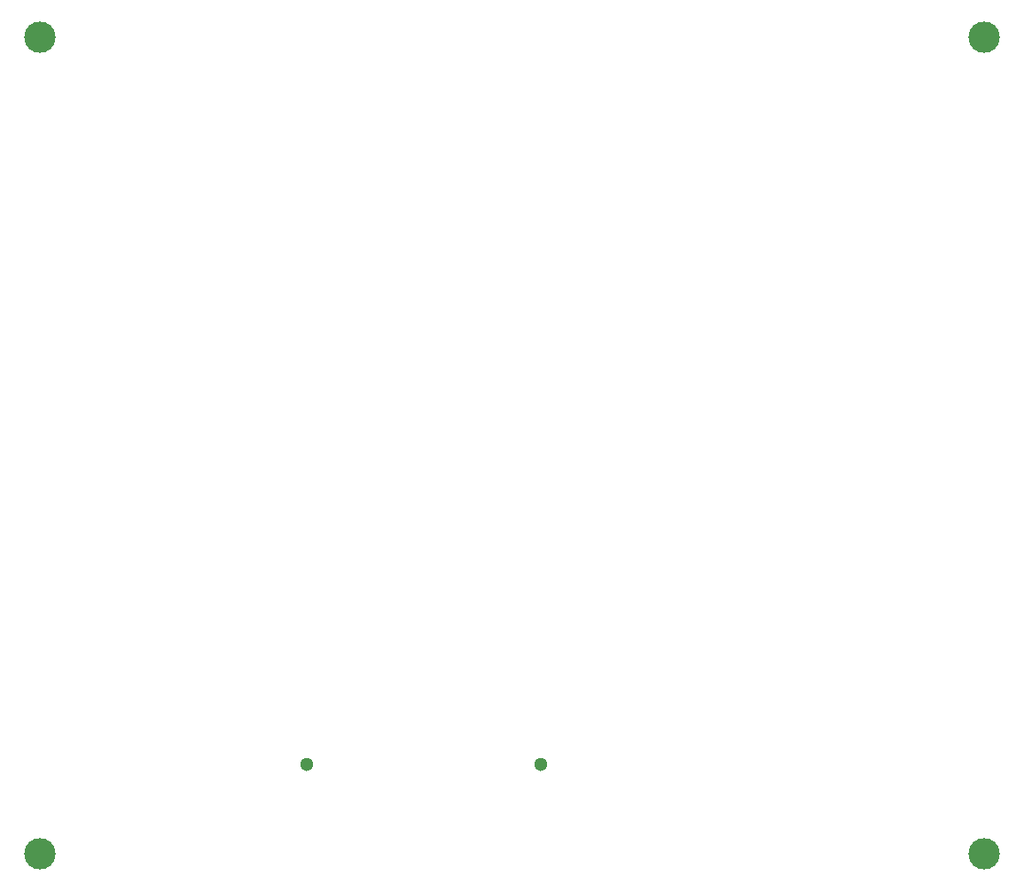
<source format=gbr>
%TF.GenerationSoftware,Novarm,DipTrace,3.2.0.1*%
%TF.CreationDate,2018-03-01T22:24:28+00:00*%
%FSLAX26Y26*%
%MOIN*%
%TF.FileFunction,NonPlated,1,2,NPTH,Drill*%
%TF.Part,Single*%
%TA.AperFunction,MechanicalDrill*%
%ADD43C,0.051181*%
%ADD44C,0.11811*%
G75*
G01*
D43*
X2477756Y1407087D3*
X1595866D3*
D44*
X593701Y1068701D3*
X4143701D3*
X593701Y4143701D3*
X4143701D3*
M02*

</source>
